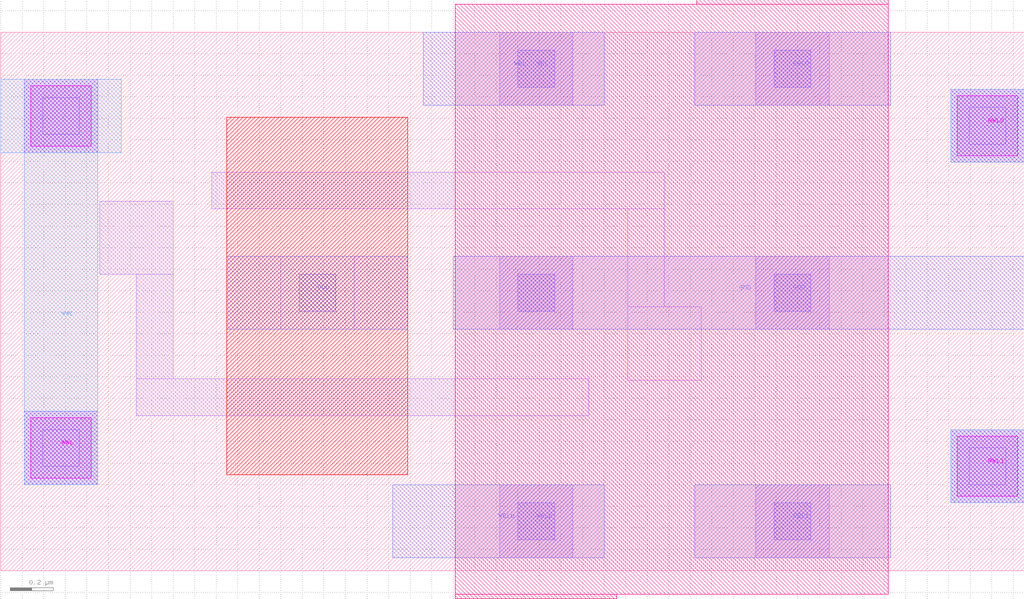
<source format=lef>
VERSION 5.7 ;
  NOWIREEXTENSIONATPIN ON ;
  DIVIDERCHAR "/" ;
  BUSBITCHARS "[]" ;
MACRO toysram_bit
  CLASS BLOCK ;
  FOREIGN toysram_bit ;
  ORIGIN 0.000 0.000 ;
  SIZE 4.750 BY 2.500 ;
  PIN WWL
    ANTENNAGATEAREA 0.147000 ;
    PORT
      LAYER li1 ;
        RECT 0.110 1.940 0.450 2.280 ;
        RECT 0.110 0.400 0.450 0.740 ;
      LAYER mcon ;
        RECT 0.195 2.025 0.365 2.195 ;
        RECT 0.195 0.485 0.365 0.655 ;
      LAYER met1 ;
        RECT 0.110 1.940 0.450 2.280 ;
        RECT 0.110 0.400 0.450 0.740 ;
      LAYER via ;
        RECT 0.140 1.970 0.420 2.250 ;
        RECT 0.140 0.430 0.420 0.710 ;
      LAYER met2 ;
        RECT 0.000 1.940 0.560 2.280 ;
        RECT 0.110 0.400 0.450 1.940 ;
    END
  END WWL
  PIN WBL
    ANTENNADIFFAREA 0.181300 ;
    PORT
      LAYER li1 ;
        RECT 2.315 2.160 2.655 2.500 ;
      LAYER mcon ;
        RECT 2.400 2.245 2.570 2.415 ;
      LAYER met1 ;
        RECT 1.960 2.160 2.800 2.500 ;
    END
  END WBL
  PIN GND
    ANTENNADIFFAREA 0.380800 ;
    PORT
      LAYER li1 ;
        RECT 2.315 1.120 2.655 1.460 ;
        RECT 3.505 1.120 3.845 1.460 ;
      LAYER mcon ;
        RECT 2.400 1.205 2.570 1.375 ;
        RECT 3.590 1.205 3.760 1.375 ;
      LAYER met1 ;
        RECT 2.100 1.120 4.750 1.460 ;
    END
  END GND
  PIN VDD
    ANTENNADIFFAREA 0.142800 ;
    PORT
      LAYER li1 ;
        RECT 1.300 1.120 1.640 1.460 ;
      LAYER mcon ;
        RECT 1.385 1.205 1.555 1.375 ;
      LAYER met1 ;
        RECT 1.050 1.120 1.890 1.460 ;
    END
  END VDD
  PIN WBLb
    ANTENNADIFFAREA 0.196000 ;
    PORT
      LAYER li1 ;
        RECT 2.315 0.060 2.655 0.400 ;
      LAYER mcon ;
        RECT 2.400 0.145 2.570 0.315 ;
      LAYER met1 ;
        RECT 1.820 0.060 2.800 0.400 ;
    END
  END WBLb
  PIN RBL0
    ANTENNADIFFAREA 0.245700 ;
    PORT
      LAYER li1 ;
        RECT 3.505 2.160 3.845 2.500 ;
      LAYER mcon ;
        RECT 3.590 2.245 3.760 2.415 ;
      LAYER met1 ;
        RECT 3.220 2.160 4.130 2.500 ;
    END
  END RBL0
  PIN RBL1
    ANTENNADIFFAREA 0.239400 ;
    PORT
      LAYER li1 ;
        RECT 3.505 0.060 3.845 0.400 ;
      LAYER mcon ;
        RECT 3.590 0.145 3.760 0.315 ;
      LAYER met1 ;
        RECT 3.220 0.060 4.130 0.400 ;
    END
  END RBL1
  PIN RWL0
    ANTENNAGATEAREA 0.094500 ;
    PORT
      LAYER li1 ;
        RECT 4.410 1.895 4.750 2.235 ;
      LAYER mcon ;
        RECT 4.495 1.980 4.665 2.150 ;
      LAYER met1 ;
        RECT 4.410 1.895 4.750 2.235 ;
      LAYER via ;
        RECT 4.440 1.925 4.720 2.205 ;
      LAYER met2 ;
        RECT 4.410 1.895 4.750 2.235 ;
    END
  END RWL0
  PIN RWL1
    ANTENNAGATEAREA 0.094500 ;
    PORT
      LAYER li1 ;
        RECT 4.410 0.315 4.750 0.655 ;
      LAYER mcon ;
        RECT 4.495 0.400 4.665 0.570 ;
      LAYER met1 ;
        RECT 4.410 0.315 4.750 0.655 ;
      LAYER via ;
        RECT 4.440 0.345 4.720 0.625 ;
      LAYER met2 ;
        RECT 4.410 0.315 4.750 0.655 ;
    END
  END RWL1
  OBS
      LAYER pwell ;
        RECT 3.230 2.630 4.120 2.650 ;
      LAYER nwell ;
        RECT 1.050 0.445 1.890 2.105 ;
      LAYER pwell ;
        RECT 2.110 -0.110 4.120 2.630 ;
        RECT 2.110 -0.130 2.860 -0.110 ;
      LAYER li1 ;
        RECT 0.460 1.375 0.800 1.715 ;
        RECT 0.980 1.680 3.080 1.850 ;
        RECT 0.630 0.890 0.800 1.375 ;
        RECT 2.910 1.225 3.080 1.680 ;
        RECT 0.630 0.720 2.730 0.890 ;
        RECT 2.910 0.885 3.250 1.225 ;
  END
END toysram_bit
END LIBRARY


</source>
